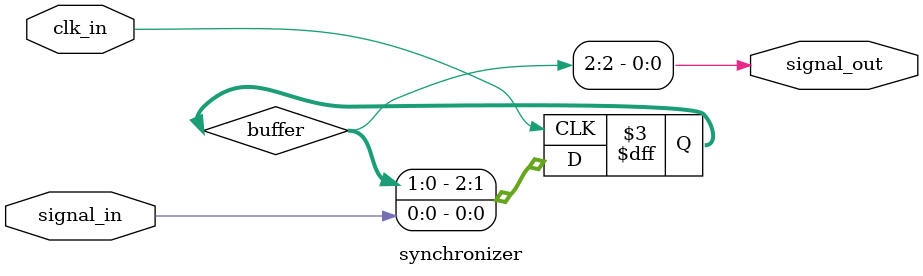
<source format=sv>
module synchronizer #(
    parameter DEPTH = 3 // How many FF stages to use for synchronization
)
(
    input logic clk_in,
    input logic signal_in,
    output logic signal_out
);

logic [DEPTH-1:0] buffer;
initial begin
    buffer = {(DEPTH){1'b0}};
end

always_ff @(posedge clk_in) begin
    buffer[DEPTH-1:0] <= {buffer[DEPTH-2:0], signal_in};
end

assign signal_out = buffer[DEPTH-1];

endmodule
</source>
